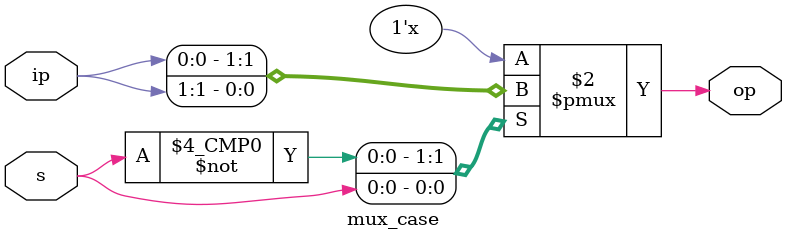
<source format=v>
module mux_case(s,ip,op);
  input [3:0]ip;
  input s;
  output reg op;
  always @(*)
  begin
    case(s)
      2'b00 : op=ip[0];
      2'b01 : op=ip[1];
      2'b10 : op=ip[2];
      2'b11 : op=ip[3];
    endcase
  end
endmodule

</source>
